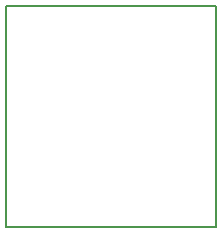
<source format=gko>
G04 DipTrace 2.4.0.2*
%INUSBHiPower.gko*%
%MOIN*%
%ADD11C,0.0055*%
%FSLAX44Y44*%
G04*
G70*
G90*
G75*
G01*
%LNBoardOutline*%
%LPD*%
X3937Y11293D2*
D11*
Y3937D1*
X10937D1*
Y11293D1*
X3937D1*
M02*

</source>
